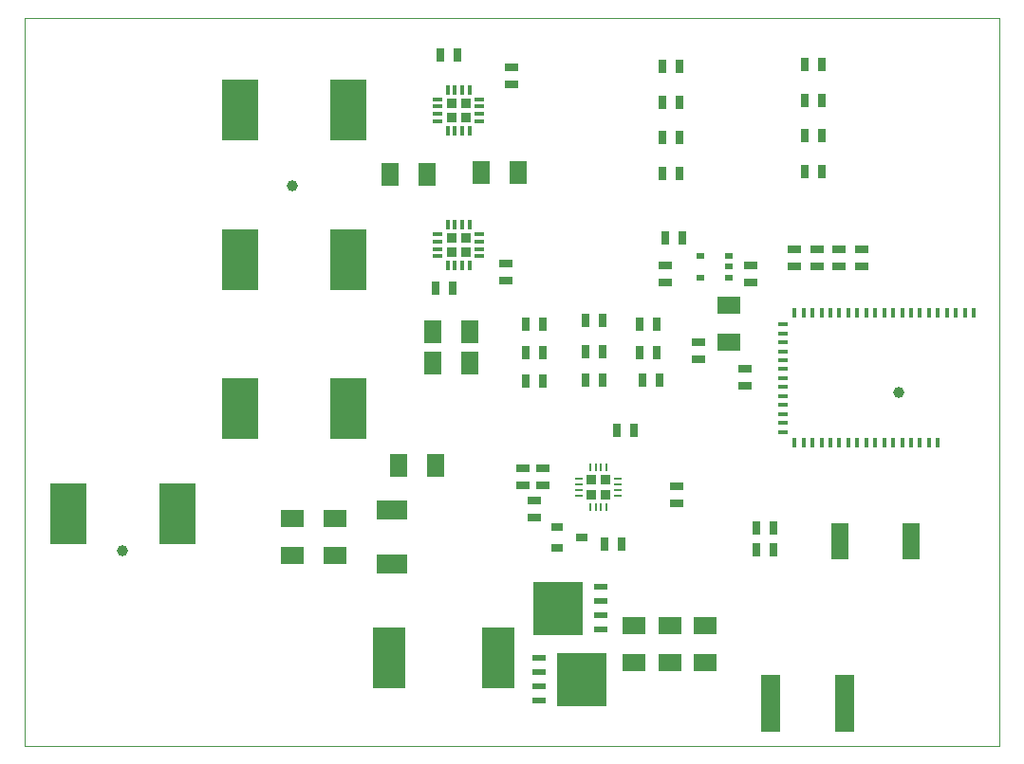
<source format=gtp>
G04 (created by PCBNEW (2013-05-31 BZR 4019)-stable) date 6/10/2014 4:10:54 PM*
%MOIN*%
G04 Gerber Fmt 3.4, Leading zero omitted, Abs format*
%FSLAX34Y34*%
G01*
G70*
G90*
G04 APERTURE LIST*
%ADD10C,0.00590551*%
%ADD11C,0.0001*%
%ADD12R,0.125984X0.212598*%
%ADD13R,0.0358268X0.0122047*%
%ADD14R,0.0346457X0.0346457*%
%ADD15R,0.0122047X0.0358268*%
%ADD16R,0.07X0.2*%
%ADD17R,0.0287402X0.00905512*%
%ADD18R,0.00905512X0.0287402*%
%ADD19R,0.0326772X0.0326772*%
%ADD20R,0.0338583X0.0181102*%
%ADD21R,0.0181102X0.0338583*%
%ADD22R,0.114173X0.212598*%
%ADD23R,0.03X0.02*%
%ADD24R,0.0394X0.0315*%
%ADD25R,0.1063X0.0709*%
%ADD26R,0.08X0.06*%
%ADD27R,0.06X0.08*%
%ADD28R,0.025X0.045*%
%ADD29R,0.045X0.025*%
%ADD30R,0.063X0.125*%
%ADD31R,0.173228X0.188976*%
%ADD32R,0.0393701X0.0393701*%
%ADD33R,0.05X0.0240157*%
%ADD34C,0.0393701*%
G04 APERTURE END LIST*
G54D10*
G54D11*
X82000Y-47850D02*
X82000Y-22250D01*
X116250Y-47850D02*
X116250Y-47500D01*
X82000Y-47850D02*
X116250Y-47850D01*
X116250Y-22250D02*
X116250Y-47500D01*
X83250Y-22250D02*
X116250Y-22250D01*
X82000Y-22250D02*
X83250Y-22250D01*
G54D12*
X93389Y-25500D03*
X89570Y-25500D03*
X93389Y-30750D03*
X89570Y-30750D03*
G54D13*
X97974Y-25627D03*
G54D14*
X97501Y-25751D03*
X96998Y-25751D03*
X96998Y-25248D03*
X97501Y-25248D03*
G54D13*
X97974Y-25883D03*
X97978Y-25372D03*
X97974Y-25116D03*
G54D15*
X97633Y-24775D03*
X97377Y-24775D03*
X97122Y-24775D03*
X96866Y-24775D03*
X96866Y-26224D03*
X97122Y-26224D03*
X97377Y-26224D03*
X97633Y-26224D03*
G54D13*
X96525Y-25116D03*
X96525Y-25372D03*
X96525Y-25627D03*
X96525Y-25883D03*
G54D16*
X110825Y-46350D03*
X108225Y-46350D03*
G54D13*
X97974Y-30377D03*
G54D14*
X97501Y-30501D03*
G54D13*
X97974Y-30633D03*
X97978Y-30122D03*
X97974Y-29866D03*
G54D15*
X97633Y-29525D03*
X97377Y-29525D03*
X97122Y-29525D03*
X96866Y-29525D03*
X96866Y-30974D03*
X97122Y-30974D03*
X97377Y-30974D03*
X97633Y-30974D03*
G54D13*
X96525Y-29866D03*
X96525Y-30122D03*
X96525Y-30377D03*
X96525Y-30633D03*
G54D14*
X96998Y-30501D03*
X97501Y-29998D03*
X96998Y-29998D03*
G54D17*
X102854Y-38464D03*
X102854Y-38661D03*
X102856Y-38858D03*
X102854Y-39055D03*
G54D18*
X102456Y-38070D03*
X102259Y-38070D03*
X102062Y-38070D03*
X101866Y-38070D03*
G54D17*
X101472Y-38464D03*
X101472Y-38661D03*
X101472Y-38858D03*
X101472Y-39055D03*
G54D18*
X101866Y-39448D03*
X102062Y-39448D03*
X102259Y-39448D03*
X102456Y-39448D03*
G54D19*
X102413Y-39011D03*
X101909Y-39011D03*
X102413Y-38507D03*
X101909Y-38507D03*
G54D20*
X108656Y-33031D03*
X108656Y-33346D03*
X108656Y-33661D03*
X108656Y-33976D03*
X108656Y-34291D03*
X108656Y-34606D03*
X108656Y-34921D03*
X108656Y-35236D03*
X108656Y-35551D03*
X108656Y-35866D03*
X108656Y-36181D03*
X108656Y-36496D03*
X108656Y-36811D03*
G54D21*
X109050Y-37204D03*
X109365Y-37204D03*
X109680Y-37204D03*
X109995Y-37204D03*
X110310Y-37204D03*
X110625Y-37204D03*
X110940Y-37204D03*
X111255Y-37204D03*
X111570Y-37204D03*
X111885Y-37204D03*
X112200Y-37204D03*
X112514Y-37204D03*
X112829Y-37204D03*
X113144Y-37204D03*
X113459Y-37204D03*
X113774Y-37204D03*
X114089Y-37204D03*
X115349Y-32637D03*
X115034Y-32637D03*
X114719Y-32637D03*
X114404Y-32637D03*
X114089Y-32637D03*
X113774Y-32637D03*
X113459Y-32637D03*
X113144Y-32637D03*
X112829Y-32637D03*
X112514Y-32637D03*
X112200Y-32637D03*
X111885Y-32637D03*
X111570Y-32637D03*
X111255Y-32637D03*
X110940Y-32637D03*
X110625Y-32637D03*
X110310Y-32637D03*
X109995Y-32637D03*
X109680Y-32637D03*
X109365Y-32637D03*
X109050Y-32637D03*
G54D22*
X98641Y-44763D03*
X94822Y-44763D03*
G54D12*
X93389Y-36000D03*
X89570Y-36000D03*
X87369Y-39680D03*
X83550Y-39680D03*
G54D23*
X106750Y-31375D03*
X106750Y-30625D03*
X105750Y-31375D03*
X106750Y-31000D03*
X105750Y-30625D03*
G54D24*
X101563Y-40525D03*
X100697Y-40900D03*
X100697Y-40150D03*
G54D25*
X94911Y-39564D03*
X94911Y-41454D03*
G54D26*
X91411Y-39859D03*
X91411Y-41159D03*
G54D27*
X96150Y-27750D03*
X94850Y-27750D03*
X97650Y-34400D03*
X96350Y-34400D03*
X95150Y-38000D03*
X96450Y-38000D03*
X98050Y-27700D03*
X99350Y-27700D03*
G54D26*
X92911Y-39859D03*
X92911Y-41159D03*
G54D27*
X97650Y-33300D03*
X96350Y-33300D03*
G54D26*
X106750Y-33650D03*
X106750Y-32350D03*
X105911Y-44909D03*
X105911Y-43609D03*
X103411Y-44909D03*
X103411Y-43609D03*
X104661Y-44909D03*
X104661Y-43609D03*
G54D28*
X105020Y-25210D03*
X104420Y-25210D03*
X96600Y-23550D03*
X97200Y-23550D03*
X102802Y-36763D03*
X103402Y-36763D03*
G54D29*
X99911Y-39809D03*
X99911Y-39209D03*
X107500Y-31550D03*
X107500Y-30950D03*
X104500Y-31550D03*
X104500Y-30950D03*
X105688Y-34248D03*
X105688Y-33648D03*
G54D28*
X110000Y-23900D03*
X109400Y-23900D03*
X110000Y-27650D03*
X109400Y-27650D03*
X110000Y-25150D03*
X109400Y-25150D03*
G54D29*
X111409Y-30385D03*
X111409Y-30985D03*
X110621Y-30385D03*
X110621Y-30985D03*
X109834Y-30385D03*
X109834Y-30985D03*
X109046Y-30385D03*
X109046Y-30985D03*
G54D28*
X105020Y-27710D03*
X104420Y-27710D03*
X105020Y-26460D03*
X104420Y-26460D03*
X105020Y-23960D03*
X104420Y-23960D03*
X110000Y-26400D03*
X109400Y-26400D03*
X100211Y-33009D03*
X99611Y-33009D03*
G54D29*
X107300Y-35200D03*
X107300Y-34600D03*
G54D28*
X108300Y-40200D03*
X107700Y-40200D03*
X100211Y-35009D03*
X99611Y-35009D03*
G54D29*
X100200Y-38700D03*
X100200Y-38100D03*
X99500Y-38700D03*
X99500Y-38100D03*
G54D28*
X102361Y-40759D03*
X102961Y-40759D03*
X108300Y-40950D03*
X107700Y-40950D03*
X101700Y-34000D03*
X102300Y-34000D03*
G54D29*
X104911Y-39309D03*
X104911Y-38709D03*
G54D28*
X101700Y-35000D03*
X102300Y-35000D03*
X101700Y-32900D03*
X102300Y-32900D03*
X99611Y-34009D03*
X100211Y-34009D03*
X103611Y-33009D03*
X104211Y-33009D03*
X103700Y-35000D03*
X104300Y-35000D03*
G54D29*
X99100Y-24000D03*
X99100Y-24600D03*
X98900Y-30900D03*
X98900Y-31500D03*
G54D28*
X103611Y-34009D03*
X104211Y-34009D03*
X96450Y-31750D03*
X97050Y-31750D03*
G54D30*
X113155Y-40650D03*
X110645Y-40650D03*
G54D31*
X101574Y-45509D03*
G54D32*
X102039Y-46001D03*
X102039Y-45509D03*
X102039Y-45017D03*
G54D33*
X100088Y-46261D03*
X100088Y-44757D03*
X100088Y-45259D03*
X100088Y-45759D03*
G54D31*
X100748Y-43009D03*
G54D32*
X100283Y-42517D03*
X100283Y-43009D03*
X100283Y-43501D03*
G54D33*
X102234Y-42257D03*
X102234Y-43761D03*
X102234Y-43259D03*
X102234Y-42759D03*
G54D28*
X105100Y-30000D03*
X104500Y-30000D03*
G54D34*
X91400Y-28150D03*
X112700Y-35425D03*
X85450Y-40975D03*
M02*

</source>
